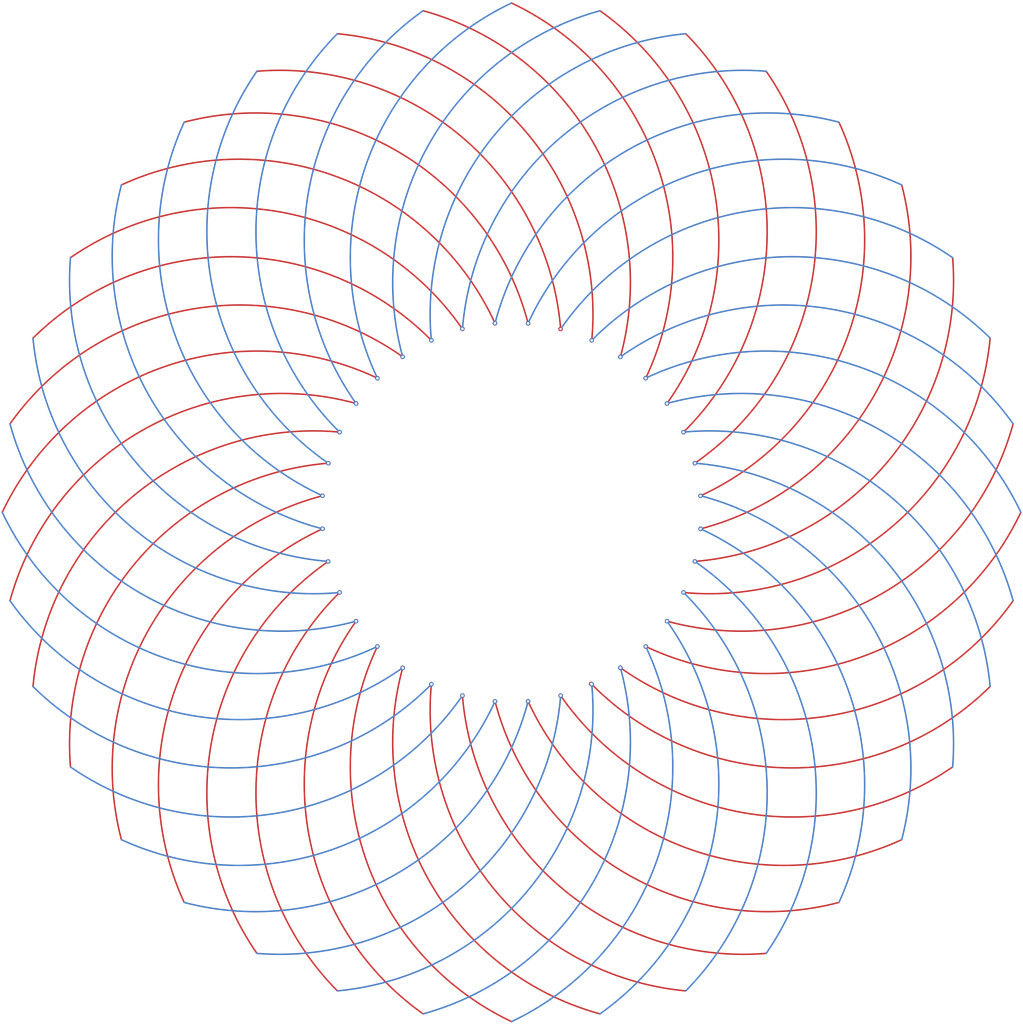
<source format=kicad_pcb>
(kicad_pcb (version 20241229) (generator "pcbnew") (generator_version "9.0")
  (layers (0 "F.Cu" signal) (4 "In1.Cu" signal) (6 "In2.Cu" signal) (8 "In3.Cu" signal) (10 "In4.Cu" signal) (12 "In5.Cu" signal) (14 "In6.Cu" signal) (16 "In7.Cu" signal) (18 "In8.Cu" signal) (20 "In9.Cu" signal) (22 "In10.Cu" signal) (2 "B.Cu" signal) (13 "F.Paste" user) (15 "B.Paste" user) (5 "F.SilkS" user "F.Silkscreen") (7 "B.SilkS" user "B.Silkscreen") (1 "F.Mask" user) (3 "B.Mask" user) (25 "Edge.Cuts" user))
  (net 0 "")
  (gr_arc (start 99.7 41.803285) (mid 126.905179 50.547152) (end 139.959299 75.966965) (stroke (width 0.2)) (layer "F.Cu"))
  (gr_line (start 131.268033 75.205703) (end 131.258033 75.205703) (stroke (width 0.0001)) (layer "F.Cu"))
  (gr_line (start 144.088849 123.053641) (end 144.078849 123.053641) (stroke (width 0.0001)) (layer "F.Cu"))
  (gr_circle (center 109.156965 93.750701) (end 109.166965 93.750701) (stroke (width 0.0001)) (fill yes) (layer "F.Cu"))
  (gr_circle (center 115.666264 118.043736) (end 115.676264 118.043736) (stroke (width 0.0001)) (fill yes) (layer "F.Cu"))
  (gr_circle (center 70.020748 123.34636) (end 70.030748 123.34636) (stroke (width 0.0001)) (fill yes) (layer "F.Cu"))
  (gr_circle (center 154.051674 114.685447) (end 154.061674 114.685447) (stroke (width 0.0001)) (fill yes) (layer "F.Cu"))
  (gr_circle (center 81.742 56.871836) (end 81.752 56.871836) (stroke (width 0.0001)) (fill yes) (layer "F.Cu"))
  (gr_circle (center 108.395703 102.451967) (end 108.405703 102.451967) (stroke (width 0.0001)) (fill yes) (layer "F.Cu"))
  (gr_line (start 158.514297 98.068033) (end 158.504297 98.068033) (stroke (width 0.0001)) (layer "F.Cu"))
  (gr_line (start 115.676264 82.476264) (end 115.666264 82.476264) (stroke (width 0.0001)) (layer "F.Cu"))
  (gr_circle (center 147.875447 79.658326) (end 147.885447 79.658326) (stroke (width 0.0001)) (fill yes) (layer "F.Cu"))
  (gr_circle (center 112.848326 114.685447) (end 112.858326 114.685447) (stroke (width 0.0001)) (fill yes) (layer "F.Cu"))
  (gr_circle (center 66.975477 88.538748) (end 66.985477 88.538748) (stroke (width 0.0001)) (fill yes) (layer "F.Cu"))
  (gr_line (start 115.676264 118.043736) (end 115.666264 118.043736) (stroke (width 0.0001)) (layer "F.Cu"))
  (gr_line (start 122.831151 123.053641) (end 122.821151 123.053641) (stroke (width 0.0001)) (layer "F.Cu"))
  (gr_line (start 156.253641 89.631151) (end 156.243641 89.631151) (stroke (width 0.0001)) (layer "F.Cu"))
  (gr_circle (center 156.53636 36.830748) (end 156.54636 36.830748) (stroke (width 0.0001)) (fill yes) (layer "F.Cu"))
  (gr_arc (start 167.2 158.716715) (mid 139.994821 149.972848) (end 126.940701 124.553035) (stroke (width 0.2)) (layer "F.Cu"))
  (gr_circle (center 122.821151 123.053641) (end 122.831151 123.053641) (stroke (width 0.0001)) (fill yes) (layer "F.Cu"))
  (gr_circle (center 99.7 158.716715) (end 99.71 158.716715) (stroke (width 0.0001)) (fill yes) (layer "F.Cu"))
  (gr_arc (start 156.53636 163.689252) (mid 131.262845 150.354095) (end 122.821151 123.053641) (stroke (width 0.2)) (layer "F.Cu"))
  (gr_circle (center 158.504297 98.068033) (end 158.514297 98.068033) (stroke (width 0.0001)) (fill yes) (layer "F.Cu"))
  (gr_circle (center 135.641967 125.314297) (end 135.651967 125.314297) (stroke (width 0.0001)) (fill yes) (layer "F.Cu"))
  (gr_line (start 112.858326 85.834553) (end 112.848326 85.834553) (stroke (width 0.0001)) (layer "F.Cu"))
  (gr_circle (center 90.061836 151.968) (end 90.071836 151.968) (stroke (width 0.0001)) (fill yes) (layer "F.Cu"))
  (gr_arc (start 176.838164 151.968) (mid 148.527935 148.081103) (end 131.258033 125.314297) (stroke (width 0.2)) (layer "F.Cu"))
  (gr_circle (center 157.743035 106.769299) (end 157.753035 106.769299) (stroke (width 0.0001)) (fill yes) (layer "F.Cu"))
  (gr_line (start 108.405703 98.068033) (end 108.395703 98.068033) (stroke (width 0.0001)) (layer "F.Cu"))
  (gr_circle (center 126.940701 75.966965) (end 126.950701 75.966965) (stroke (width 0.0001)) (fill yes) (layer "F.Cu"))
  (gr_circle (center 131.258033 125.314297) (end 131.268033 125.314297) (stroke (width 0.0001)) (fill yes) (layer "F.Cu"))
  (gr_arc (start 70.020748 123.34636) (mid 83.355905 98.072845) (end 110.656359 89.631151) (stroke (width 0.2)) (layer "F.Cu"))
  (gr_circle (center 119.024553 79.658326) (end 119.034553 79.658326) (stroke (width 0.0001)) (fill yes) (layer "F.Cu"))
  (gr_circle (center 133.45 32.76) (end 133.46 32.76) (stroke (width 0.0001)) (fill yes) (layer "F.Cu"))
  (gr_circle (center 126.940701 124.553035) (end 126.950701 124.553035) (stroke (width 0.0001)) (fill yes) (layer "F.Cu"))
  (gr_circle (center 135.641967 75.205703) (end 135.651967 75.205703) (stroke (width 0.0001)) (fill yes) (layer "F.Cu"))
  (gr_circle (center 110.36364 36.830748) (end 110.37364 36.830748) (stroke (width 0.0001)) (fill yes) (layer "F.Cu"))
  (gr_line (start 154.061674 85.834553) (end 154.051674 85.834553) (stroke (width 0.0001)) (layer "F.Cu"))
  (gr_line (start 139.969299 124.553035) (end 139.959299 124.553035) (stroke (width 0.0001)) (layer "F.Cu"))
  (gr_line (start 110.666359 89.631151) (end 110.656359 89.631151) (stroke (width 0.0001)) (layer "F.Cu"))
  (gr_circle (center 139.959299 75.966965) (end 139.969299 75.966965) (stroke (width 0.0001)) (fill yes) (layer "F.Cu"))
  (gr_circle (center 144.078849 123.053641) (end 144.088849 123.053641) (stroke (width 0.0001)) (fill yes) (layer "F.Cu"))
  (gr_circle (center 185.158 56.871836) (end 185.168 56.871836) (stroke (width 0.0001)) (fill yes) (layer "F.Cu"))
  (gr_arc (start 74.993285 66.51) (mid 102.925594 60.479821) (end 126.940701 75.966965) (stroke (width 0.2)) (layer "F.Cu"))
  (gr_arc (start 156.53636 36.830748) (mid 167.325322 63.291574) (end 156.243641 89.631151) (stroke (width 0.2)) (layer "F.Cu"))
  (gr_circle (center 119.024553 120.861674) (end 119.034553 120.861674) (stroke (width 0.0001)) (fill yes) (layer "F.Cu"))
  (gr_line (start 110.666359 110.888849) (end 110.656359 110.888849) (stroke (width 0.0001)) (layer "F.Cu"))
  (gr_line (start 147.885447 120.861674) (end 147.875447 120.861674) (stroke (width 0.0001)) (layer "F.Cu"))
  (gr_circle (center 110.36364 163.689252) (end 110.37364 163.689252) (stroke (width 0.0001)) (fill yes) (layer "F.Cu"))
  (gr_line (start 119.034553 120.861674) (end 119.024553 120.861674) (stroke (width 0.0001)) (layer "F.Cu"))
  (gr_circle (center 110.656359 110.888849) (end 110.666359 110.888849) (stroke (width 0.0001)) (fill yes) (layer "F.Cu"))
  (gr_line (start 144.088849 77.466359) (end 144.078849 77.466359) (stroke (width 0.0001)) (layer "F.Cu"))
  (gr_arc (start 90.061836 151.968) (mid 88.973664 123.412916) (end 108.395703 102.451967) (stroke (width 0.2)) (layer "F.Cu"))
  (gr_arc (start 66.975477 88.538748) (mid 91.160819 73.31882) (end 119.024553 79.658326) (stroke (width 0.2)) (layer "F.Cu"))
  (gr_circle (center 144.078849 77.466359) (end 144.088849 77.466359) (stroke (width 0.0001)) (fill yes) (layer "F.Cu"))
  (gr_circle (center 145.171252 166.734523) (end 145.181252 166.734523) (stroke (width 0.0001)) (fill yes) (layer "F.Cu"))
  (gr_line (start 122.831151 77.466359) (end 122.821151 77.466359) (stroke (width 0.0001)) (layer "F.Cu"))
  (gr_circle (center 145.171252 33.785477) (end 145.181252 33.785477) (stroke (width 0.0001)) (fill yes) (layer "F.Cu"))
  (gr_line (start 109.166965 93.750701) (end 109.156965 93.750701) (stroke (width 0.0001)) (layer "F.Cu"))
  (gr_circle (center 199.924523 88.538748) (end 199.934523 88.538748) (stroke (width 0.0001)) (fill yes) (layer "F.Cu"))
  (gr_circle (center 139.959299 124.553035) (end 139.969299 124.553035) (stroke (width 0.0001)) (fill yes) (layer "F.Cu"))
  (gr_circle (center 167.2 41.803285) (end 167.21 41.803285) (stroke (width 0.0001)) (fill yes) (layer "F.Cu"))
  (gr_arc (start 70.020748 77.17364) (mid 96.481574 66.384678) (end 122.821151 77.466359) (stroke (width 0.2)) (layer "F.Cu"))
  (gr_circle (center 167.2 158.716715) (end 167.21 158.716715) (stroke (width 0.0001)) (fill yes) (layer "F.Cu"))
  (gr_arc (start 74.993285 134.01) (mid 83.737152 106.804821) (end 109.156965 93.750701) (stroke (width 0.2)) (layer "F.Cu"))
  (gr_circle (center 196.879252 77.17364) (end 196.889252 77.17364) (stroke (width 0.0001)) (fill yes) (layer "F.Cu"))
  (gr_arc (start 90.061836 48.552) (mid 118.372064 52.438898) (end 135.641967 75.205703) (stroke (width 0.2)) (layer "F.Cu"))
  (gr_arc (start 121.728748 33.785477) (mid 144.302676 51.306743) (end 147.875447 79.658326) (stroke (width 0.2)) (layer "F.Cu"))
  (gr_circle (center 158.504297 102.451967) (end 158.514297 102.451967) (stroke (width 0.0001)) (fill yes) (layer "F.Cu"))
  (gr_arc (start 133.45 167.76) (mid 114.26156 146.585) (end 115.666264 118.043736) (stroke (width 0.2)) (layer "F.Cu"))
  (gr_circle (center 151.233736 82.476264) (end 151.243736 82.476264) (stroke (width 0.0001)) (fill yes) (layer "F.Cu"))
  (gr_circle (center 108.395703 98.068033) (end 108.405703 98.068033) (stroke (width 0.0001)) (fill yes) (layer "F.Cu"))
  (gr_circle (center 122.821151 77.466359) (end 122.831151 77.466359) (stroke (width 0.0001)) (fill yes) (layer "F.Cu"))
  (gr_line (start 135.651967 75.205703) (end 135.641967 75.205703) (stroke (width 0.0001)) (layer "F.Cu"))
  (gr_line (start 139.969299 75.966965) (end 139.959299 75.966965) (stroke (width 0.0001)) (layer "F.Cu"))
  (gr_circle (center 151.233736 118.043736) (end 151.243736 118.043736) (stroke (width 0.0001)) (fill yes) (layer "F.Cu"))
  (gr_line (start 126.950701 75.966965) (end 126.940701 75.966965) (stroke (width 0.0001)) (layer "F.Cu"))
  (gr_arc (start 110.36364 163.689252) (mid 99.574678 137.228426) (end 110.656359 110.888849) (stroke (width 0.2)) (layer "F.Cu"))
  (gr_arc (start 145.171252 33.785477) (mid 160.39118 57.970819) (end 154.051674 85.834553) (stroke (width 0.2)) (layer "F.Cu"))
  (gr_circle (center 176.838164 48.552) (end 176.848164 48.552) (stroke (width 0.0001)) (fill yes) (layer "F.Cu"))
  (gr_circle (center 115.666264 82.476264) (end 115.676264 82.476264) (stroke (width 0.0001)) (fill yes) (layer "F.Cu"))
  (gr_circle (center 157.743035 93.750701) (end 157.753035 93.750701) (stroke (width 0.0001)) (fill yes) (layer "F.Cu"))
  (gr_arc (start 191.906715 134.01) (mid 163.974406 140.040179) (end 139.959299 124.553035) (stroke (width 0.2)) (layer "F.Cu"))
  (gr_line (start 151.243736 118.043736) (end 151.233736 118.043736) (stroke (width 0.0001)) (layer "F.Cu"))
  (gr_circle (center 99.7 41.803285) (end 99.71 41.803285) (stroke (width 0.0001)) (fill yes) (layer "F.Cu"))
  (gr_arc (start 185.158 56.871836) (mid 181.271103 85.182065) (end 158.504297 102.451967) (stroke (width 0.2)) (layer "F.Cu"))
  (gr_circle (center 81.742 143.648164) (end 81.752 143.648164) (stroke (width 0.0001)) (fill yes) (layer "F.Cu"))
  (gr_arc (start 200.95 100.26) (mid 179.774997 119.448425) (end 151.233736 118.043736) (stroke (width 0.2)) (layer "F.Cu"))
  (gr_circle (center 121.728748 33.785477) (end 121.738748 33.785477) (stroke (width 0.0001)) (fill yes) (layer "F.Cu"))
  (gr_arc (start 191.906715 66.51) (mid 183.162848 93.715179) (end 157.743035 106.769299) (stroke (width 0.2)) (layer "F.Cu"))
  (gr_line (start 147.885447 79.658326) (end 147.875447 79.658326) (stroke (width 0.0001)) (layer "F.Cu"))
  (gr_circle (center 199.924523 111.981252) (end 199.934523 111.981252) (stroke (width 0.0001)) (fill yes) (layer "F.Cu"))
  (gr_circle (center 65.95 100.26) (end 65.96 100.26) (stroke (width 0.0001)) (fill yes) (layer "F.Cu"))
  (gr_line (start 157.753035 93.750701) (end 157.743035 93.750701) (stroke (width 0.0001)) (layer "F.Cu"))
  (gr_circle (center 121.728748 166.734523) (end 121.738748 166.734523) (stroke (width 0.0001)) (fill yes) (layer "F.Cu"))
  (gr_line (start 112.858326 114.685447) (end 112.848326 114.685447) (stroke (width 0.0001)) (layer "F.Cu"))
  (gr_line (start 158.514297 102.451967) (end 158.504297 102.451967) (stroke (width 0.0001)) (layer "F.Cu"))
  (gr_circle (center 191.906715 66.51) (end 191.916715 66.51) (stroke (width 0.0001)) (fill yes) (layer "F.Cu"))
  (gr_arc (start 185.158 143.648164) (mid 156.602916 144.736336) (end 135.641967 125.314297) (stroke (width 0.2)) (layer "F.Cu"))
  (gr_circle (center 90.061836 48.552) (end 90.071836 48.552) (stroke (width 0.0001)) (fill yes) (layer "F.Cu"))
  (gr_arc (start 66.975477 111.981252) (mid 84.496743 89.407324) (end 112.848326 85.834553) (stroke (width 0.2)) (layer "F.Cu"))
  (gr_circle (center 66.975477 111.981252) (end 66.985477 111.981252) (stroke (width 0.0001)) (fill yes) (layer "F.Cu"))
  (gr_circle (center 176.838164 151.968) (end 176.848164 151.968) (stroke (width 0.0001)) (fill yes) (layer "F.Cu"))
  (gr_arc (start 167.2 41.803285) (mid 173.230179 69.735594) (end 157.743035 93.750701) (stroke (width 0.2)) (layer "F.Cu"))
  (gr_line (start 156.253641 110.888849) (end 156.243641 110.888849) (stroke (width 0.0001)) (layer "F.Cu"))
  (gr_line (start 135.651967 125.314297) (end 135.641967 125.314297) (stroke (width 0.0001)) (layer "F.Cu"))
  (gr_line (start 131.268033 125.314297) (end 131.258033 125.314297) (stroke (width 0.0001)) (layer "F.Cu"))
  (gr_arc (start 65.95 100.26) (mid 87.125 81.071557) (end 115.666264 82.476264) (stroke (width 0.2)) (layer "F.Cu"))
  (gr_arc (start 99.7 158.716715) (mid 93.669821 130.784406) (end 109.156965 106.769299) (stroke (width 0.2)) (layer "F.Cu"))
  (gr_circle (center 74.993285 66.51) (end 75.003285 66.51) (stroke (width 0.0001)) (fill yes) (layer "F.Cu"))
  (gr_circle (center 109.156965 106.769299) (end 109.166965 106.769299) (stroke (width 0.0001)) (fill yes) (layer "F.Cu"))
  (gr_circle (center 133.45 100.26) (end 133.46 100.26) (stroke (width 0.0001)) (fill yes) (layer "F.Cu"))
  (gr_circle (center 200.95 100.26) (end 200.96 100.26) (stroke (width 0.0001)) (fill yes) (layer "F.Cu"))
  (gr_line (start 119.034553 79.658326) (end 119.024553 79.658326) (stroke (width 0.0001)) (layer "F.Cu"))
  (gr_circle (center 156.53636 163.689252) (end 156.54636 163.689252) (stroke (width 0.0001)) (fill yes) (layer "F.Cu"))
  (gr_arc (start 196.879252 77.17364) (mid 183.544095 102.447157) (end 156.243641 110.888849) (stroke (width 0.2)) (layer "F.Cu"))
  (gr_line (start 151.243736 82.476264) (end 151.233736 82.476264) (stroke (width 0.0001)) (layer "F.Cu"))
  (gr_circle (center 196.879252 123.34636) (end 196.889252 123.34636) (stroke (width 0.0001)) (fill yes) (layer "F.Cu"))
  (gr_circle (center 133.45 100.26) (end 133.46 100.26) (stroke (width 0.0001)) (fill yes) (layer "F.Cu"))
  (gr_arc (start 145.171252 166.734523) (mid 122.597327 149.213257) (end 119.024553 120.861674) (stroke (width 0.2)) (layer "F.Cu"))
  (gr_line (start 126.950701 124.553035) (end 126.940701 124.553035) (stroke (width 0.0001)) (layer "F.Cu"))
  (gr_line (start 109.166965 106.769299) (end 109.156965 106.769299) (stroke (width 0.0001)) (layer "F.Cu"))
  (gr_arc (start 199.924523 88.538748) (mid 182.403257 111.112673) (end 154.051674 114.685447) (stroke (width 0.2)) (layer "F.Cu"))
  (gr_circle (center 154.051674 85.834553) (end 154.061674 85.834553) (stroke (width 0.0001)) (fill yes) (layer "F.Cu"))
  (gr_circle (center 156.243641 89.631151) (end 156.253641 89.631151) (stroke (width 0.0001)) (fill yes) (layer "F.Cu"))
  (gr_circle (center 108.395703 102.451967) (end 108.405703 102.451967) (stroke (width 0.0001)) (fill yes) (layer "F.Cu"))
  (gr_circle (center 147.875447 120.861674) (end 147.885447 120.861674) (stroke (width 0.0001)) (fill yes) (layer "F.Cu"))
  (gr_circle (center 131.258033 75.205703) (end 131.268033 75.205703) (stroke (width 0.0001)) (fill yes) (layer "F.Cu"))
  (gr_arc (start 81.742 143.648164) (mid 85.628898 115.337936) (end 108.395703 98.068033) (stroke (width 0.2)) (layer "F.Cu"))
  (gr_arc (start 121.728748 166.734523) (mid 106.50882 142.549181) (end 112.848326 114.685447) (stroke (width 0.2)) (layer "F.Cu"))
  (gr_arc (start 81.742 56.871836) (mid 110.297084 55.783664) (end 131.258033 75.205703) (stroke (width 0.2)) (layer "F.Cu"))
  (gr_arc (start 176.838164 48.552) (mid 177.926346 77.107095) (end 158.504297 98.068033) (stroke (width 0.2)) (layer "F.Cu"))
  (gr_line (start 154.061674 114.685447) (end 154.051674 114.685447) (stroke (width 0.0001)) (layer "F.Cu"))
  (gr_circle (center 70.020748 77.17364) (end 70.030748 77.17364) (stroke (width 0.0001)) (fill yes) (layer "F.Cu"))
  (gr_circle (center 185.158 143.648164) (end 185.168 143.648164) (stroke (width 0.0001)) (fill yes) (layer "F.Cu"))
  (gr_circle (center 112.848326 85.834553) (end 112.858326 85.834553) (stroke (width 0.0001)) (fill yes) (layer "F.Cu"))
  (gr_arc (start 133.45 32.76) (mid 152.638443 53.935) (end 151.233736 82.476264) (stroke (width 0.2)) (layer "F.Cu"))
  (gr_arc (start 196.879252 123.34636) (mid 170.418426 134.135322) (end 144.078849 123.053641) (stroke (width 0.2)) (layer "F.Cu"))
  (gr_circle (center 74.993285 134.01) (end 75.003285 134.01) (stroke (width 0.0001)) (fill yes) (layer "F.Cu"))
  (gr_arc (start 110.36364 36.830748) (mid 135.637155 50.165905) (end 144.078849 77.466359) (stroke (width 0.2)) (layer "F.Cu"))
  (gr_circle (center 191.906715 134.01) (end 191.916715 134.01) (stroke (width 0.0001)) (fill yes) (layer "F.Cu"))
  (gr_circle (center 156.243641 110.888849) (end 156.253641 110.888849) (stroke (width 0.0001)) (fill yes) (layer "F.Cu"))
  (gr_circle (center 110.656359 89.631151) (end 110.666359 89.631151) (stroke (width 0.0001)) (fill yes) (layer "F.Cu"))
  (gr_line (start 157.753035 106.769299) (end 157.743035 106.769299) (stroke (width 0.0001)) (layer "F.Cu"))
  (gr_circle (center 133.45 167.76) (end 133.46 167.76) (stroke (width 0.0001)) (fill yes) (layer "F.Cu"))
  (gr_arc (start 199.924523 111.981252) (mid 175.739181 127.20118) (end 147.875447 120.861674) (stroke (width 0.2)) (layer "F.Cu"))
  (gr_line (start 70.030748 123.34636) (end 70.020748 123.34636) (stroke (width 0.0001)) (layer "B.Cu"))
  (gr_circle (center 147.875447 120.861674) (end 147.885447 120.861674) (stroke (width 0.0001)) (fill yes) (layer "B.Cu"))
  (gr_circle (center 119.024553 120.861674) (end 119.034553 120.861674) (stroke (width 0.0001)) (fill yes) (layer "B.Cu"))
  (gr_line (start 90.071836 48.552) (end 90.061836 48.552) (stroke (width 0.0001)) (layer "B.Cu"))
  (gr_line (start 167.21 41.803285) (end 167.2 41.803285) (stroke (width 0.0001)) (layer "B.Cu"))
  (gr_circle (center 115.666264 118.043736) (end 115.676264 118.043736) (stroke (width 0.0001)) (fill yes) (layer "B.Cu"))
  (gr_circle (center 167.2 158.716715) (end 167.21 158.716715) (stroke (width 0.0001)) (fill yes) (layer "B.Cu"))
  (gr_circle (center 74.993285 134.01) (end 75.003285 134.01) (stroke (width 0.0001)) (fill yes) (layer "B.Cu"))
  (gr_circle (center 108.395703 98.068033) (end 108.405703 98.068033) (stroke (width 0.0001)) (fill yes) (layer "B.Cu"))
  (gr_circle (center 199.924523 111.981252) (end 199.934523 111.981252) (stroke (width 0.0001)) (fill yes) (layer "B.Cu"))
  (gr_circle (center 90.061836 48.552) (end 90.071836 48.552) (stroke (width 0.0001)) (fill yes) (layer "B.Cu"))
  (gr_circle (center 110.36364 36.830748) (end 110.37364 36.830748) (stroke (width 0.0001)) (fill yes) (layer "B.Cu"))
  (gr_arc (start 110.656359 89.631151) (mid 99.574678 63.291574) (end 110.36364 36.830748) (stroke (width 0.2)) (layer "B.Cu"))
  (gr_arc (start 112.848326 114.685447) (mid 84.496743 111.112676) (end 66.975477 88.538748) (stroke (width 0.2)) (layer "B.Cu"))
  (gr_line (start 176.848164 151.968) (end 176.838164 151.968) (stroke (width 0.0001)) (layer "B.Cu"))
  (gr_circle (center 70.020748 77.17364) (end 70.030748 77.17364) (stroke (width 0.0001)) (fill yes) (layer "B.Cu"))
  (gr_circle (center 185.158 56.871836) (end 185.168 56.871836) (stroke (width 0.0001)) (fill yes) (layer "B.Cu"))
  (gr_circle (center 196.879252 123.34636) (end 196.889252 123.34636) (stroke (width 0.0001)) (fill yes) (layer "B.Cu"))
  (gr_arc (start 126.940701 124.553035) (mid 102.925594 140.040179) (end 74.993285 134.01) (stroke (width 0.2)) (layer "B.Cu"))
  (gr_line (start 156.54636 163.689252) (end 156.53636 163.689252) (stroke (width 0.0001)) (layer "B.Cu"))
  (gr_arc (start 144.078849 77.466359) (mid 170.418426 66.384678) (end 196.879252 77.17364) (stroke (width 0.2)) (layer "B.Cu"))
  (gr_circle (center 81.742 56.871836) (end 81.752 56.871836) (stroke (width 0.0001)) (fill yes) (layer "B.Cu"))
  (gr_circle (center 157.743035 106.769299) (end 157.753035 106.769299) (stroke (width 0.0001)) (fill yes) (layer "B.Cu"))
  (gr_circle (center 139.959299 124.553035) (end 139.969299 124.553035) (stroke (width 0.0001)) (fill yes) (layer "B.Cu"))
  (gr_circle (center 151.233736 82.476264) (end 151.243736 82.476264) (stroke (width 0.0001)) (fill yes) (layer "B.Cu"))
  (gr_line (start 75.003285 66.51) (end 74.993285 66.51) (stroke (width 0.0001)) (layer "B.Cu"))
  (gr_circle (center 112.848326 114.685447) (end 112.858326 114.685447) (stroke (width 0.0001)) (fill yes) (layer "B.Cu"))
  (gr_circle (center 158.504297 98.068033) (end 158.514297 98.068033) (stroke (width 0.0001)) (fill yes) (layer "B.Cu"))
  (gr_circle (center 108.395703 102.451967) (end 108.405703 102.451967) (stroke (width 0.0001)) (fill yes) (layer "B.Cu"))
  (gr_circle (center 81.742 143.648164) (end 81.752 143.648164) (stroke (width 0.0001)) (fill yes) (layer "B.Cu"))
  (gr_arc (start 119.024553 120.861674) (mid 91.160819 127.20118) (end 66.975477 111.981252) (stroke (width 0.2)) (layer "B.Cu"))
  (gr_circle (center 74.993285 66.51) (end 75.003285 66.51) (stroke (width 0.0001)) (fill yes) (layer "B.Cu"))
  (gr_arc (start 122.821151 77.466359) (mid 131.262846 50.165907) (end 156.53636 36.830748) (stroke (width 0.2)) (layer "B.Cu"))
  (gr_line (start 145.181252 33.785477) (end 145.171252 33.785477) (stroke (width 0.0001)) (layer "B.Cu"))
  (gr_arc (start 108.395703 102.451967) (mid 85.628898 85.182064) (end 81.742 56.871836) (stroke (width 0.2)) (layer "B.Cu"))
  (gr_circle (center 109.156965 93.750701) (end 109.166965 93.750701) (stroke (width 0.0001)) (fill yes) (layer "B.Cu"))
  (gr_line (start 200.96 100.26) (end 200.95 100.26) (stroke (width 0.0001)) (layer "B.Cu"))
  (gr_arc (start 126.940701 75.966965) (mid 139.994821 50.547152) (end 167.2 41.803285) (stroke (width 0.2)) (layer "B.Cu"))
  (gr_circle (center 151.233736 118.043736) (end 151.243736 118.043736) (stroke (width 0.0001)) (fill yes) (layer "B.Cu"))
  (gr_arc (start 135.641967 125.314297) (mid 118.372064 148.081102) (end 90.061836 151.968) (stroke (width 0.2)) (layer "B.Cu"))
  (gr_circle (center 156.53636 36.830748) (end 156.54636 36.830748) (stroke (width 0.0001)) (fill yes) (layer "B.Cu"))
  (gr_circle (center 154.051674 85.834553) (end 154.061674 85.834553) (stroke (width 0.0001)) (fill yes) (layer "B.Cu"))
  (gr_circle (center 156.53636 163.689252) (end 156.54636 163.689252) (stroke (width 0.0001)) (fill yes) (layer "B.Cu"))
  (gr_circle (center 157.743035 93.750701) (end 157.753035 93.750701) (stroke (width 0.0001)) (fill yes) (layer "B.Cu"))
  (gr_line (start 191.916715 66.51) (end 191.906715 66.51) (stroke (width 0.0001)) (layer "B.Cu"))
  (gr_circle (center 66.975477 88.538748) (end 66.985477 88.538748) (stroke (width 0.0001)) (fill yes) (layer "B.Cu"))
  (gr_line (start 133.46 167.76) (end 133.45 167.76) (stroke (width 0.0001)) (layer "B.Cu"))
  (gr_arc (start 139.959299 124.553035) (mid 126.905179 149.972848) (end 99.7 158.716715) (stroke (width 0.2)) (layer "B.Cu"))
  (gr_arc (start 115.666264 118.043736) (mid 87.125 119.448443) (end 65.95 100.26) (stroke (width 0.2)) (layer "B.Cu"))
  (gr_line (start 196.889252 77.17364) (end 196.879252 77.17364) (stroke (width 0.0001)) (layer "B.Cu"))
  (gr_circle (center 131.258033 125.314297) (end 131.268033 125.314297) (stroke (width 0.0001)) (fill yes) (layer "B.Cu"))
  (gr_line (start 90.071836 151.968) (end 90.061836 151.968) (stroke (width 0.0001)) (layer "B.Cu"))
  (gr_line (start 156.54636 36.830748) (end 156.53636 36.830748) (stroke (width 0.0001)) (layer "B.Cu"))
  (gr_line (start 81.752 143.648164) (end 81.742 143.648164) (stroke (width 0.0001)) (layer "B.Cu"))
  (gr_arc (start 115.666264 82.476264) (mid 114.261557 53.934999) (end 133.45 32.76) (stroke (width 0.2)) (layer "B.Cu"))
  (gr_circle (center 176.838164 48.552) (end 176.848164 48.552) (stroke (width 0.0001)) (fill yes) (layer "B.Cu"))
  (gr_arc (start 144.078849 123.053641) (mid 135.637155 150.354095) (end 110.36364 163.689252) (stroke (width 0.2)) (layer "B.Cu"))
  (gr_circle (center 154.051674 114.685447) (end 154.061674 114.685447) (stroke (width 0.0001)) (fill yes) (layer "B.Cu"))
  (gr_circle (center 121.728748 33.785477) (end 121.738748 33.785477) (stroke (width 0.0001)) (fill yes) (layer "B.Cu"))
  (gr_circle (center 90.061836 151.968) (end 90.071836 151.968) (stroke (width 0.0001)) (fill yes) (layer "B.Cu"))
  (gr_arc (start 158.504297 102.451967) (mid 177.926336 123.412916) (end 176.838164 151.968) (stroke (width 0.2)) (layer "B.Cu"))
  (gr_line (start 110.37364 163.689252) (end 110.36364 163.689252) (stroke (width 0.0001)) (layer "B.Cu"))
  (gr_circle (center 147.875447 79.658326) (end 147.885447 79.658326) (stroke (width 0.0001)) (fill yes) (layer "B.Cu"))
  (gr_circle (center 200.95 100.26) (end 200.96 100.26) (stroke (width 0.0001)) (fill yes) (layer "B.Cu"))
  (gr_circle (center 133.45 100.26) (end 133.46 100.26) (stroke (width 0.0001)) (fill yes) (layer "B.Cu"))
  (gr_arc (start 122.821151 123.053641) (mid 96.481574 134.135322) (end 70.020748 123.34636) (stroke (width 0.2)) (layer "B.Cu"))
  (gr_circle (center 122.821151 123.053641) (end 122.831151 123.053641) (stroke (width 0.0001)) (fill yes) (layer "B.Cu"))
  (gr_circle (center 122.821151 77.466359) (end 122.831151 77.466359) (stroke (width 0.0001)) (fill yes) (layer "B.Cu"))
  (gr_line (start 110.37364 36.830748) (end 110.36364 36.830748) (stroke (width 0.0001)) (layer "B.Cu"))
  (gr_line (start 121.738748 166.734523) (end 121.728748 166.734523) (stroke (width 0.0001)) (layer "B.Cu"))
  (gr_circle (center 191.906715 134.01) (end 191.916715 134.01) (stroke (width 0.0001)) (fill yes) (layer "B.Cu"))
  (gr_circle (center 135.641967 75.205703) (end 135.651967 75.205703) (stroke (width 0.0001)) (fill yes) (layer "B.Cu"))
  (gr_circle (center 99.7 158.716715) (end 99.71 158.716715) (stroke (width 0.0001)) (fill yes) (layer "B.Cu"))
  (gr_circle (center 185.158 143.648164) (end 185.168 143.648164) (stroke (width 0.0001)) (fill yes) (layer "B.Cu"))
  (gr_arc (start 147.875447 120.861674) (mid 144.302676 149.213257) (end 121.728748 166.734523) (stroke (width 0.2)) (layer "B.Cu"))
  (gr_arc (start 135.641967 75.205703) (mid 156.602916 55.783664) (end 185.158 56.871836) (stroke (width 0.2)) (layer "B.Cu"))
  (gr_arc (start 154.051674 114.685447) (mid 160.39118 142.549181) (end 145.171252 166.734523) (stroke (width 0.2)) (layer "B.Cu"))
  (gr_circle (center 144.078849 77.466359) (end 144.088849 77.466359) (stroke (width 0.0001)) (fill yes) (layer "B.Cu"))
  (gr_circle (center 121.728748 166.734523) (end 121.738748 166.734523) (stroke (width 0.0001)) (fill yes) (layer "B.Cu"))
  (gr_circle (center 99.7 41.803285) (end 99.71 41.803285) (stroke (width 0.0001)) (fill yes) (layer "B.Cu"))
  (gr_arc (start 108.395703 98.068033) (mid 88.973664 77.107084) (end 90.061836 48.552) (stroke (width 0.2)) (layer "B.Cu"))
  (gr_circle (center 110.656359 89.631151) (end 110.666359 89.631151) (stroke (width 0.0001)) (fill yes) (layer "B.Cu"))
  (gr_circle (center 115.666264 82.476264) (end 115.676264 82.476264) (stroke (width 0.0001)) (fill yes) (layer "B.Cu"))
  (gr_arc (start 158.504297 98.068033) (mid 181.271102 115.337936) (end 185.158 143.648164) (stroke (width 0.2)) (layer "B.Cu"))
  (gr_circle (center 176.838164 151.968) (end 176.848164 151.968) (stroke (width 0.0001)) (fill yes) (layer "B.Cu"))
  (gr_arc (start 154.051674 85.834553) (mid 182.403257 89.407324) (end 199.924523 111.981252) (stroke (width 0.2)) (layer "B.Cu"))
  (gr_circle (center 133.45 100.26) (end 133.46 100.26) (stroke (width 0.0001)) (fill yes) (layer "B.Cu"))
  (gr_arc (start 151.233736 118.043736) (mid 152.638443 146.585) (end 133.45 167.76) (stroke (width 0.2)) (layer "B.Cu"))
  (gr_circle (center 126.940701 75.966965) (end 126.950701 75.966965) (stroke (width 0.0001)) (fill yes) (layer "B.Cu"))
  (gr_circle (center 133.45 32.76) (end 133.46 32.76) (stroke (width 0.0001)) (fill yes) (layer "B.Cu"))
  (gr_line (start 121.738748 33.785477) (end 121.728748 33.785477) (stroke (width 0.0001)) (layer "B.Cu"))
  (gr_circle (center 158.504297 102.451967) (end 158.514297 102.451967) (stroke (width 0.0001)) (fill yes) (layer "B.Cu"))
  (gr_line (start 145.181252 166.734523) (end 145.171252 166.734523) (stroke (width 0.0001)) (layer "B.Cu"))
  (gr_circle (center 112.848326 85.834553) (end 112.858326 85.834553) (stroke (width 0.0001)) (fill yes) (layer "B.Cu"))
  (gr_circle (center 144.078849 123.053641) (end 144.088849 123.053641) (stroke (width 0.0001)) (fill yes) (layer "B.Cu"))
  (gr_line (start 81.752 56.871836) (end 81.742 56.871836) (stroke (width 0.0001)) (layer "B.Cu"))
  (gr_line (start 66.985477 111.981252) (end 66.975477 111.981252) (stroke (width 0.0001)) (layer "B.Cu"))
  (gr_line (start 65.96 100.26) (end 65.95 100.26) (stroke (width 0.0001)) (layer "B.Cu"))
  (gr_circle (center 191.906715 66.51) (end 191.916715 66.51) (stroke (width 0.0001)) (fill yes) (layer "B.Cu"))
  (gr_line (start 167.21 158.716715) (end 167.2 158.716715) (stroke (width 0.0001)) (layer "B.Cu"))
  (gr_circle (center 156.243641 110.888849) (end 156.253641 110.888849) (stroke (width 0.0001)) (fill yes) (layer "B.Cu"))
  (gr_circle (center 135.641967 125.314297) (end 135.651967 125.314297) (stroke (width 0.0001)) (fill yes) (layer "B.Cu"))
  (gr_line (start 199.934523 88.538748) (end 199.924523 88.538748) (stroke (width 0.0001)) (layer "B.Cu"))
  (gr_circle (center 196.879252 77.17364) (end 196.889252 77.17364) (stroke (width 0.0001)) (fill yes) (layer "B.Cu"))
  (gr_arc (start 157.743035 93.750701) (mid 183.162848 106.804821) (end 191.906715 134.01) (stroke (width 0.2)) (layer "B.Cu"))
  (gr_arc (start 109.156965 106.769299) (mid 83.737152 93.715179) (end 74.993285 66.51) (stroke (width 0.2)) (layer "B.Cu"))
  (gr_line (start 176.848164 48.552) (end 176.838164 48.552) (stroke (width 0.0001)) (layer "B.Cu"))
  (gr_arc (start 139.959299 75.966965) (mid 163.974405 60.47982) (end 191.906715 66.51) (stroke (width 0.2)) (layer "B.Cu"))
  (gr_circle (center 133.45 167.76) (end 133.46 167.76) (stroke (width 0.0001)) (fill yes) (layer "B.Cu"))
  (gr_circle (center 110.656359 110.888849) (end 110.666359 110.888849) (stroke (width 0.0001)) (fill yes) (layer "B.Cu"))
  (gr_line (start 133.46 32.76) (end 133.45 32.76) (stroke (width 0.0001)) (layer "B.Cu"))
  (gr_line (start 70.030748 77.17364) (end 70.020748 77.17364) (stroke (width 0.0001)) (layer "B.Cu"))
  (gr_arc (start 157.743035 106.769299) (mid 173.23018 130.784405) (end 167.2 158.716715) (stroke (width 0.2)) (layer "B.Cu"))
  (gr_circle (center 126.940701 124.553035) (end 126.950701 124.553035) (stroke (width 0.0001)) (fill yes) (layer "B.Cu"))
  (gr_line (start 196.889252 123.34636) (end 196.879252 123.34636) (stroke (width 0.0001)) (layer "B.Cu"))
  (gr_circle (center 66.975477 111.981252) (end 66.985477 111.981252) (stroke (width 0.0001)) (fill yes) (layer "B.Cu"))
  (gr_circle (center 139.959299 75.966965) (end 139.969299 75.966965) (stroke (width 0.0001)) (fill yes) (layer "B.Cu"))
  (gr_line (start 66.985477 88.538748) (end 66.975477 88.538748) (stroke (width 0.0001)) (layer "B.Cu"))
  (gr_arc (start 109.156965 93.750701) (mid 93.669821 69.735594) (end 99.7 41.803285) (stroke (width 0.2)) (layer "B.Cu"))
  (gr_circle (center 109.156965 106.769299) (end 109.166965 106.769299) (stroke (width 0.0001)) (fill yes) (layer "B.Cu"))
  (gr_arc (start 119.024553 79.658326) (mid 122.597324 51.306742) (end 145.171252 33.785477) (stroke (width 0.2)) (layer "B.Cu"))
  (gr_circle (center 145.171252 33.785477) (end 145.181252 33.785477) (stroke (width 0.0001)) (fill yes) (layer "B.Cu"))
  (gr_arc (start 131.258033 75.205703) (mid 148.527936 52.438899) (end 176.838164 48.552) (stroke (width 0.2)) (layer "B.Cu"))
  (gr_circle (center 131.258033 75.205703) (end 131.268033 75.205703) (stroke (width 0.0001)) (fill yes) (layer "B.Cu"))
  (gr_line (start 185.168 143.648164) (end 185.158 143.648164) (stroke (width 0.0001)) (layer "B.Cu"))
  (gr_circle (center 167.2 41.803285) (end 167.21 41.803285) (stroke (width 0.0001)) (fill yes) (layer "B.Cu"))
  (gr_line (start 99.71 158.716715) (end 99.7 158.716715) (stroke (width 0.0001)) (layer "B.Cu"))
  (gr_circle (center 119.024553 79.658326) (end 119.034553 79.658326) (stroke (width 0.0001)) (fill yes) (layer "B.Cu"))
  (gr_arc (start 112.848326 85.834553) (mid 106.50882 57.970819) (end 121.728748 33.785477) (stroke (width 0.2)) (layer "B.Cu"))
  (gr_arc (start 156.243641 89.631151) (mid 183.544093 98.072846) (end 196.879252 123.34636) (stroke (width 0.2)) (layer "B.Cu"))
  (gr_arc (start 131.258033 125.314297) (mid 110.297084 144.736336) (end 81.742 143.648164) (stroke (width 0.2)) (layer "B.Cu"))
  (gr_circle (center 158.504297 102.451967) (end 158.514297 102.451967) (stroke (width 0.0001)) (fill yes) (layer "B.Cu"))
  (gr_arc (start 147.875447 79.658326) (mid 175.739181 73.31882) (end 199.924523 88.538748) (stroke (width 0.2)) (layer "B.Cu"))
  (gr_line (start 185.168 56.871836) (end 185.158 56.871836) (stroke (width 0.0001)) (layer "B.Cu"))
  (gr_arc (start 156.243641 110.888849) (mid 167.325322 137.228426) (end 156.53636 163.689252) (stroke (width 0.2)) (layer "B.Cu"))
  (gr_arc (start 110.656359 110.888849) (mid 83.355905 102.447155) (end 70.020748 77.17364) (stroke (width 0.2)) (layer "B.Cu"))
  (gr_circle (center 199.924523 88.538748) (end 199.934523 88.538748) (stroke (width 0.0001)) (fill yes) (layer "B.Cu"))
  (gr_circle (center 110.36364 163.689252) (end 110.37364 163.689252) (stroke (width 0.0001)) (fill yes) (layer "B.Cu"))
  (gr_circle (center 145.171252 166.734523) (end 145.181252 166.734523) (stroke (width 0.0001)) (fill yes) (layer "B.Cu"))
  (gr_circle (center 70.020748 123.34636) (end 70.030748 123.34636) (stroke (width 0.0001)) (fill yes) (layer "B.Cu"))
  (gr_line (start 99.71 41.803285) (end 99.7 41.803285) (stroke (width 0.0001)) (layer "B.Cu"))
  (gr_circle (center 65.95 100.26) (end 65.96 100.26) (stroke (width 0.0001)) (fill yes) (layer "B.Cu"))
  (gr_line (start 199.934523 111.981252) (end 199.924523 111.981252) (stroke (width 0.0001)) (layer "B.Cu"))
  (gr_line (start 191.916715 134.01) (end 191.906715 134.01) (stroke (width 0.0001)) (layer "B.Cu"))
  (gr_line (start 75.003285 134.01) (end 74.993285 134.01) (stroke (width 0.0001)) (layer "B.Cu"))
  (gr_circle (center 156.243641 89.631151) (end 156.253641 89.631151) (stroke (width 0.0001)) (fill yes) (layer "B.Cu"))
  (gr_arc (start 151.233736 82.476264) (mid 179.775 81.071557) (end 200.95 100.26) (stroke (width 0.2)) (layer "B.Cu"))
  (via blind (at 144 123) (size 0.6) (drill 0.3) (layers "F.Cu" "In1.Cu") (net 0))
  (via blind (at 122.812555 77.457672) (size 0.6) (drill 0.3) (layers "F.Cu" "In1.Cu") (net 0))
  (via blind (at 126.940701 124.553033) (size 0.6) (drill 0.3) (layers "F.Cu" "In1.Cu") (net 0))
  (via blind (at 158.494297 102.451967) (size 0.6) (drill 0.3) (layers "F.Cu" "In1.Cu") (net 0))
  (via blind (at 135.641967 125.314294) (size 0.6) (drill 0.3) (layers "F.Cu" "In1.Cu") (net 0))
  (via blind (at 135.645062 75.217525) (size 0.6) (drill 0.3) (layers "F.Cu" "In1.Cu") (net 0))
  (via blind (at 158.494297 98.068033) (size 0.6) (drill 0.3) (layers "F.Cu" "In1.Cu") (net 0))
  (via blind (at 108.395703 102.441967) (size 0.6) (drill 0.3) (layers "F.Cu" "In1.Cu") (net 0))
  (via blind (at 157.755215 106.768299) (size 0.6) (drill 0.3) (layers "F.Cu" "In1.Cu") (net 0))
  (via blind (at 126.933745 75.956917) (size 0.6) (drill 0.3) (layers "F.Cu" "In1.Cu") (net 0))
  (via blind (at 139.949299 124.553035) (size 0.6) (drill 0.3) (layers "F.Cu" "In1.Cu") (net 0))
  (via blind (at 115.666264 118.033736) (size 0.6) (drill 0.3) (layers "F.Cu" "In1.Cu") (net 0))
  (via blind (at 112.838326 114.685447) (size 0.6) (drill 0.3) (layers "F.Cu" "In1.Cu") (net 0))
  (via blind (at 157.743035 93.740701) (size 0.6) (drill 0.3) (layers "F.Cu" "In1.Cu") (net 0))
  (via blind (at 139.949299 75.966965) (size 0.6) (drill 0.3) (layers "F.Cu" "In1.Cu") (net 0))
  (via blind (at 154.063462 114.688673) (size 0.6) (drill 0.3) (layers "F.Cu" "In1.Cu") (net 0))
  (via blind (at 156.243641 110.878849) (size 0.6) (drill 0.3) (layers "F.Cu" "In1.Cu") (net 0))
  (via blind (at 131.248033 125.314297) (size 0.6) (drill 0.3) (layers "F.Cu" "In1.Cu") (net 0))
  (via blind (at 109.166965 93.750701) (size 0.6) (drill 0.3) (layers "F.Cu" "In1.Cu") (net 0))
  (via blind (at 115.666264 82.486264) (size 0.6) (drill 0.3) (layers "F.Cu" "In1.Cu") (net 0))
  (via blind (at 122.811151 123.053641) (size 0.6) (drill 0.3) (layers "F.Cu" "In1.Cu") (net 0))
  (via blind (at 112.848326 85.824553) (size 0.6) (drill 0.3) (layers "F.Cu" "In1.Cu") (net 0))
  (via blind (at 144.068849 77.466359) (size 0.6) (drill 0.3) (layers "F.Cu" "In1.Cu") (net 0))
  (via blind (at 110.656359 110.878849) (size 0.6) (drill 0.3) (layers "F.Cu" "In1.Cu") (net 0))
  (via blind (at 110.64419 89.630021) (size 0.6) (drill 0.3) (layers "F.Cu" "In1.Cu") (net 0))
  (via blind (at 131.248033 75.205703) (size 0.6) (drill 0.3) (layers "F.Cu" "In1.Cu") (net 0))
  (via blind (at 119.014553 120.861674) (size 0.6) (drill 0.3) (layers "F.Cu" "In1.Cu") (net 0))
  (via blind (at 154.044607 85.844524) (size 0.6) (drill 0.3) (layers "F.Cu" "In1.Cu") (net 0))
  (via blind (at 156.243641 89.641151) (size 0.6) (drill 0.3) (layers "F.Cu" "In1.Cu") (net 0))
  (via blind (at 147.865447 120.861674) (size 0.6) (drill 0.3) (layers "F.Cu" "In1.Cu") (net 0))
  (via blind (at 151.223736 82.476264) (size 0.6) (drill 0.3) (layers "F.Cu" "In1.Cu") (net 0))
  (via blind (at 108.395703 98.058033) (size 0.6) (drill 0.3) (layers "F.Cu" "In1.Cu") (net 0))
  (via blind (at 147.875447 79.668326) (size 0.6) (drill 0.3) (layers "F.Cu" "In1.Cu") (net 0))
  (via blind (at 119.014579 79.651262) (size 0.6) (drill 0.3) (layers "F.Cu" "In1.Cu") (net 0))
  (via blind (at 109.146917 106.776255) (size 0.6) (drill 0.3) (layers "F.Cu" "In1.Cu") (net 0))
  (via blind (at 151.243736 118.043736) (size 0.6) (drill 0.3) (layers "F.Cu" "In1.Cu") (net 0))
  (via blind (at 110.656359 110.878849) (size 0.6) (drill 0.3) (layers "In10.Cu" "B.Cu") (net 0))
  (via blind (at 147.875446 79.658326) (size 0.6) (drill 0.3) (layers "In10.Cu" "B.Cu") (net 0))
  (via blind (at 147.875447 120.861674) (size 0.6) (drill 0.3) (layers "In10.Cu" "B.Cu") (net 0))
  (via blind (at 151.24 118.05) (size 0.6) (drill 0.3) (layers "In10.Cu" "B.Cu") (net 0))
  (via blind (at 158.482521 98.078033) (size 0.6) (drill 0.3) (layers "In10.Cu" "B.Cu") (net 0))
  (via blind (at 119.03 120.9) (size 0.6) (drill 0.3) (layers "In10.Cu" "B.Cu") (net 0))
  (via blind (at 115.661043 118.054786) (size 0.6) (drill 0.3) (layers "In10.Cu" "B.Cu") (net 0))
  (via blind (at 135.645062 75.217525) (size 0.6) (drill 0.3) (layers "In10.Cu" "B.Cu") (net 0))
  (via blind (at 131.261139 125.326117) (size 0.6) (drill 0.3) (layers "In10.Cu" "B.Cu") (net 0))
  (via blind (at 144.088849 77.466359) (size 0.6) (drill 0.3) (layers "In10.Cu" "B.Cu") (net 0))
  (via blind (at 122.831151 77.466359) (size 0.6) (drill 0.3) (layers "In10.Cu" "B.Cu") (net 0))
  (via blind (at 144.087445 123.062329) (size 0.6) (drill 0.3) (layers "In10.Cu" "B.Cu") (net 0))
  (via blind (at 157.753035 93.750701) (size 0.6) (drill 0.3) (layers "In10.Cu" "B.Cu") (net 0))
  (via blind (at 158.504297 102.461967) (size 0.6) (drill 0.3) (layers "In10.Cu" "B.Cu") (net 0))
  (via blind (at 139.969299 124.553035) (size 0.6) (drill 0.3) (layers "In10.Cu" "B.Cu") (net 0))
  (via blind (at 108.383881 98.071133) (size 0.6) (drill 0.3) (layers "In10.Cu" "B.Cu") (net 0))
  (via blind (at 154.051674 85.834553) (size 0.6) (drill 0.3) (layers "In10.Cu" "B.Cu") (net 0))
  (via blind (at 151.228508 82.487311) (size 0.6) (drill 0.3) (layers "In10.Cu" "B.Cu") (net 0))
  (via blind (at 131.26 75.18) (size 0.6) (drill 0.3) (layers "In10.Cu" "B.Cu") (net 0))
  (via blind (at 119.014579 79.651262) (size 0.6) (drill 0.3) (layers "In10.Cu" "B.Cu") (net 0))
  (via blind (at 109.144782 93.751701) (size 0.6) (drill 0.3) (layers "In10.Cu" "B.Cu") (net 0))
  (via blind (at 156.234949 89.639743) (size 0.6) (drill 0.3) (layers "In10.Cu" "B.Cu") (net 0))
  (via blind (at 112.848326 114.695447) (size 0.6) (drill 0.3) (layers "In10.Cu" "B.Cu") (net 0))
  (via blind (at 115.677311 82.481492) (size 0.6) (drill 0.3) (layers "In10.Cu" "B.Cu") (net 0))
  (via blind (at 126.93 75.92) (size 0.6) (drill 0.3) (layers "In10.Cu" "B.Cu") (net 0))
  (via blind (at 157.748035 106.769299) (size 0.6) (drill 0.3) (layers "In10.Cu" "B.Cu") (net 0))
  (via blind (at 109.156965 106.779299) (size 0.6) (drill 0.3) (layers "In10.Cu" "B.Cu") (net 0))
  (via blind (at 126.940701 124.553035) (size 0.6) (drill 0.3) (layers "In10.Cu" "B.Cu") (net 0))
  (via blind (at 122.831151 123.053641) (size 0.6) (drill 0.3) (layers "In10.Cu" "B.Cu") (net 0))
  (via blind (at 108.406809 102.446867) (size 0.6) (drill 0.3) (layers "In10.Cu" "B.Cu") (net 0))
  (via blind (at 112.848326 85.844553) (size 0.6) (drill 0.3) (layers "In10.Cu" "B.Cu") (net 0))
  (via blind (at 110.668527 89.632286) (size 0.6) (drill 0.3) (layers "In10.Cu" "B.Cu") (net 0))
  (via blind (at 154.063463 114.688673) (size 0.6) (drill 0.3) (layers "In10.Cu" "B.Cu") (net 0))
  (via blind (at 156.243641 110.878849) (size 0.6) (drill 0.3) (layers "In10.Cu" "B.Cu") (net 0))
  (via blind (at 135.651967 125.314297) (size 0.6) (drill 0.3) (layers "In10.Cu" "B.Cu") (net 0))
)
</source>
